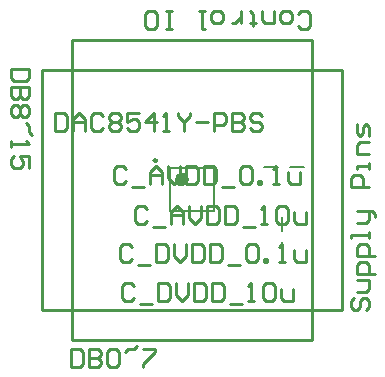
<source format=gto>
%FSLAX24Y24*%
%MOIN*%
G70*
G01*
G75*
G04 Layer_Color=65535*
%ADD10R,0.0551X0.0472*%
%ADD11R,0.0472X0.0551*%
%ADD12O,0.0630X0.0118*%
%ADD13O,0.0118X0.0630*%
%ADD14C,0.0118*%
%ADD15C,0.0750*%
%ADD16C,0.0098*%
%ADD17C,0.0236*%
%ADD18C,0.0100*%
%ADD19C,0.0079*%
D16*
X9829Y9965D02*
G03*
X9829Y9965I-49J0D01*
G01*
D17*
X10783Y9335D02*
G03*
X10783Y9335I-118J0D01*
G01*
D18*
X7000Y14000D02*
X15000D01*
Y13000D02*
Y14000D01*
X7000Y13000D02*
X15000D01*
X7000D02*
Y14000D01*
X6000Y5000D02*
Y13000D01*
X7000D01*
Y5000D02*
Y13000D01*
X6000Y5000D02*
X7000D01*
X16000D02*
Y13000D01*
X15000Y5000D02*
X16000D01*
X15000D02*
Y13000D01*
X16000D01*
X7000Y4000D02*
X15000D01*
X7000D02*
Y5000D01*
X15000D01*
Y4000D02*
Y5000D01*
X14530Y14460D02*
X14630Y14360D01*
X14830D01*
X14930Y14460D01*
Y14860D01*
X14830Y14960D01*
X14630D01*
X14530Y14860D01*
X14230Y14960D02*
X14030D01*
X13930Y14860D01*
Y14660D01*
X14030Y14560D01*
X14230D01*
X14330Y14660D01*
Y14860D01*
X14230Y14960D01*
X13730D02*
Y14560D01*
X13430D01*
X13331Y14660D01*
Y14960D01*
X13031Y14460D02*
Y14560D01*
X13131D01*
X12931D01*
X13031D01*
Y14860D01*
X12931Y14960D01*
X12631Y14560D02*
Y14960D01*
Y14760D01*
X12531Y14660D01*
X12431Y14560D01*
X12331D01*
X11931Y14960D02*
X11731D01*
X11631Y14860D01*
Y14660D01*
X11731Y14560D01*
X11931D01*
X12031Y14660D01*
Y14860D01*
X11931Y14960D01*
X11431D02*
X11231D01*
X11331D01*
Y14360D01*
X11431D01*
X10331D02*
X10132D01*
X10232D01*
Y14960D01*
X10331D01*
X10132D01*
X9532Y14360D02*
X9732D01*
X9832Y14460D01*
Y14860D01*
X9732Y14960D01*
X9532D01*
X9432Y14860D01*
Y14460D01*
X9532Y14360D01*
X8790Y9670D02*
X8690Y9770D01*
X8490D01*
X8390Y9670D01*
Y9270D01*
X8490Y9170D01*
X8690D01*
X8790Y9270D01*
X8990Y9070D02*
X9390D01*
X9590Y9170D02*
Y9570D01*
X9790Y9770D01*
X9989Y9570D01*
Y9170D01*
Y9470D01*
X9590D01*
X10189Y9770D02*
Y9370D01*
X10389Y9170D01*
X10589Y9370D01*
Y9770D01*
X10789D02*
Y9170D01*
X11089D01*
X11189Y9270D01*
Y9670D01*
X11089Y9770D01*
X10789D01*
X11389D02*
Y9170D01*
X11689D01*
X11789Y9270D01*
Y9670D01*
X11689Y9770D01*
X11389D01*
X11989Y9070D02*
X12389D01*
X12589Y9670D02*
X12689Y9770D01*
X12889D01*
X12989Y9670D01*
Y9270D01*
X12889Y9170D01*
X12689D01*
X12589Y9270D01*
Y9670D01*
X13188Y9170D02*
Y9270D01*
X13288D01*
Y9170D01*
X13188D01*
X13688D02*
X13888D01*
X13788D01*
Y9770D01*
X13688Y9670D01*
X14188Y9570D02*
Y9270D01*
X14288Y9170D01*
X14588D01*
Y9570D01*
X9020Y7100D02*
X8920Y7200D01*
X8720D01*
X8620Y7100D01*
Y6700D01*
X8720Y6600D01*
X8920D01*
X9020Y6700D01*
X9220Y6500D02*
X9620D01*
X9820Y7200D02*
Y6600D01*
X10120D01*
X10219Y6700D01*
Y7100D01*
X10120Y7200D01*
X9820D01*
X10419D02*
Y6800D01*
X10619Y6600D01*
X10819Y6800D01*
Y7200D01*
X11019D02*
Y6600D01*
X11319D01*
X11419Y6700D01*
Y7100D01*
X11319Y7200D01*
X11019D01*
X11619D02*
Y6600D01*
X11919D01*
X12019Y6700D01*
Y7100D01*
X11919Y7200D01*
X11619D01*
X12219Y6500D02*
X12619D01*
X12819Y7100D02*
X12919Y7200D01*
X13119D01*
X13219Y7100D01*
Y6700D01*
X13119Y6600D01*
X12919D01*
X12819Y6700D01*
Y7100D01*
X13418Y6600D02*
Y6700D01*
X13518D01*
Y6600D01*
X13418D01*
X13918D02*
X14118D01*
X14018D01*
Y7200D01*
X13918Y7100D01*
X14418Y7000D02*
Y6700D01*
X14518Y6600D01*
X14818D01*
Y7000D01*
X9520Y8340D02*
X9420Y8440D01*
X9220D01*
X9120Y8340D01*
Y7940D01*
X9220Y7840D01*
X9420D01*
X9520Y7940D01*
X9720Y7740D02*
X10120D01*
X10320Y7840D02*
Y8240D01*
X10520Y8440D01*
X10719Y8240D01*
Y7840D01*
Y8140D01*
X10320D01*
X10919Y8440D02*
Y8040D01*
X11119Y7840D01*
X11319Y8040D01*
Y8440D01*
X11519D02*
Y7840D01*
X11819D01*
X11919Y7940D01*
Y8340D01*
X11819Y8440D01*
X11519D01*
X12119D02*
Y7840D01*
X12419D01*
X12519Y7940D01*
Y8340D01*
X12419Y8440D01*
X12119D01*
X12719Y7740D02*
X13119D01*
X13319Y7840D02*
X13519D01*
X13419D01*
Y8440D01*
X13319Y8340D01*
X13818D02*
X13918Y8440D01*
X14118D01*
X14218Y8340D01*
Y7940D01*
X14118Y7840D01*
X13918D01*
X13818Y7940D01*
Y8340D01*
X14418Y8240D02*
Y7940D01*
X14518Y7840D01*
X14818D01*
Y8240D01*
X9070Y5770D02*
X8970Y5870D01*
X8770D01*
X8670Y5770D01*
Y5370D01*
X8770Y5270D01*
X8970D01*
X9070Y5370D01*
X9270Y5170D02*
X9670D01*
X9870Y5870D02*
Y5270D01*
X10170D01*
X10269Y5370D01*
Y5770D01*
X10170Y5870D01*
X9870D01*
X10469D02*
Y5470D01*
X10669Y5270D01*
X10869Y5470D01*
Y5870D01*
X11069D02*
Y5270D01*
X11369D01*
X11469Y5370D01*
Y5770D01*
X11369Y5870D01*
X11069D01*
X11669D02*
Y5270D01*
X11969D01*
X12069Y5370D01*
Y5770D01*
X11969Y5870D01*
X11669D01*
X12269Y5170D02*
X12669D01*
X12869Y5270D02*
X13069D01*
X12969D01*
Y5870D01*
X12869Y5770D01*
X13368D02*
X13468Y5870D01*
X13668D01*
X13768Y5770D01*
Y5370D01*
X13668Y5270D01*
X13468D01*
X13368Y5370D01*
Y5770D01*
X13968Y5670D02*
Y5370D01*
X14068Y5270D01*
X14368D01*
Y5670D01*
X6440Y11560D02*
Y10960D01*
X6740D01*
X6840Y11060D01*
Y11460D01*
X6740Y11560D01*
X6440D01*
X7040Y10960D02*
Y11360D01*
X7240Y11560D01*
X7440Y11360D01*
Y10960D01*
Y11260D01*
X7040D01*
X8039Y11460D02*
X7940Y11560D01*
X7740D01*
X7640Y11460D01*
Y11060D01*
X7740Y10960D01*
X7940D01*
X8039Y11060D01*
X8239Y11460D02*
X8339Y11560D01*
X8539D01*
X8639Y11460D01*
Y11360D01*
X8539Y11260D01*
X8639Y11160D01*
Y11060D01*
X8539Y10960D01*
X8339D01*
X8239Y11060D01*
Y11160D01*
X8339Y11260D01*
X8239Y11360D01*
Y11460D01*
X8339Y11260D02*
X8539D01*
X9239Y11560D02*
X8839D01*
Y11260D01*
X9039Y11360D01*
X9139D01*
X9239Y11260D01*
Y11060D01*
X9139Y10960D01*
X8939D01*
X8839Y11060D01*
X9739Y10960D02*
Y11560D01*
X9439Y11260D01*
X9839D01*
X10039Y10960D02*
X10239D01*
X10139D01*
Y11560D01*
X10039Y11460D01*
X10539Y11560D02*
Y11460D01*
X10739Y11260D01*
X10939Y11460D01*
Y11560D01*
X10739Y11260D02*
Y10960D01*
X11138Y11260D02*
X11538D01*
X11738Y10960D02*
Y11560D01*
X12038D01*
X12138Y11460D01*
Y11260D01*
X12038Y11160D01*
X11738D01*
X12338Y11560D02*
Y10960D01*
X12638D01*
X12738Y11060D01*
Y11160D01*
X12638Y11260D01*
X12338D01*
X12638D01*
X12738Y11360D01*
Y11460D01*
X12638Y11560D01*
X12338D01*
X13338Y11460D02*
X13238Y11560D01*
X13038D01*
X12938Y11460D01*
Y11360D01*
X13038Y11260D01*
X13238D01*
X13338Y11160D01*
Y11060D01*
X13238Y10960D01*
X13038D01*
X12938Y11060D01*
X5560Y13010D02*
X4960D01*
Y12710D01*
X5060Y12610D01*
X5460D01*
X5560Y12710D01*
Y13010D01*
Y12410D02*
X4960D01*
Y12110D01*
X5060Y12010D01*
X5160D01*
X5260Y12110D01*
Y12410D01*
Y12110D01*
X5360Y12010D01*
X5460D01*
X5560Y12110D01*
Y12410D01*
X5460Y11810D02*
X5560Y11710D01*
Y11510D01*
X5460Y11411D01*
X5360D01*
X5260Y11510D01*
X5160Y11411D01*
X5060D01*
X4960Y11510D01*
Y11710D01*
X5060Y11810D01*
X5160D01*
X5260Y11710D01*
X5360Y11810D01*
X5460D01*
X5260Y11710D02*
Y11510D01*
X5460Y11211D02*
X5560Y11111D01*
Y10911D01*
X5660Y10811D01*
X4960Y10611D02*
Y10411D01*
Y10511D01*
X5560D01*
X5460Y10611D01*
X5560Y9711D02*
Y10111D01*
X5260D01*
X5360Y9911D01*
Y9811D01*
X5260Y9711D01*
X5060D01*
X4960Y9811D01*
Y10011D01*
X5060Y10111D01*
X16390Y5400D02*
X16290Y5300D01*
Y5100D01*
X16390Y5000D01*
X16490D01*
X16590Y5100D01*
Y5300D01*
X16690Y5400D01*
X16790D01*
X16890Y5300D01*
Y5100D01*
X16790Y5000D01*
X16490Y5600D02*
X16790D01*
X16890Y5700D01*
Y6000D01*
X16490D01*
X17090Y6200D02*
X16490D01*
Y6500D01*
X16590Y6599D01*
X16790D01*
X16890Y6500D01*
Y6200D01*
X17090Y6799D02*
X16490D01*
Y7099D01*
X16590Y7199D01*
X16790D01*
X16890Y7099D01*
Y6799D01*
Y7399D02*
Y7599D01*
Y7499D01*
X16290D01*
Y7399D01*
X16490Y7899D02*
X16790D01*
X16890Y7999D01*
Y8299D01*
X16990D01*
X17090Y8199D01*
Y8099D01*
X16890Y8299D02*
X16490D01*
X16890Y9099D02*
X16290D01*
Y9399D01*
X16390Y9499D01*
X16590D01*
X16690Y9399D01*
Y9099D01*
X16890Y9698D02*
Y9898D01*
Y9798D01*
X16490D01*
Y9698D01*
X16890Y10198D02*
X16490D01*
Y10498D01*
X16590Y10598D01*
X16890D01*
Y10798D02*
Y11098D01*
X16790Y11198D01*
X16690Y11098D01*
Y10898D01*
X16590Y10798D01*
X16490Y10898D01*
Y11198D01*
X6980Y3700D02*
Y3100D01*
X7280D01*
X7380Y3200D01*
Y3600D01*
X7280Y3700D01*
X6980D01*
X7580D02*
Y3100D01*
X7880D01*
X7980Y3200D01*
Y3300D01*
X7880Y3400D01*
X7580D01*
X7880D01*
X7980Y3500D01*
Y3600D01*
X7880Y3700D01*
X7580D01*
X8180Y3600D02*
X8280Y3700D01*
X8480D01*
X8579Y3600D01*
Y3200D01*
X8480Y3100D01*
X8280D01*
X8180Y3200D01*
Y3600D01*
X8779D02*
X8879Y3700D01*
X9079D01*
X9179Y3800D01*
X9379Y3700D02*
X9779D01*
Y3600D01*
X9379Y3200D01*
Y3100D01*
D19*
X13404Y9750D02*
X13876D01*
X14000Y7624D02*
Y8096D01*
X14264Y9750D02*
X14736D01*
X14000Y6764D02*
Y7236D01*
X10272Y8272D02*
Y9728D01*
X11728Y8272D02*
Y9728D01*
X10272D02*
X11728D01*
X10272Y8272D02*
X11728D01*
M02*

</source>
